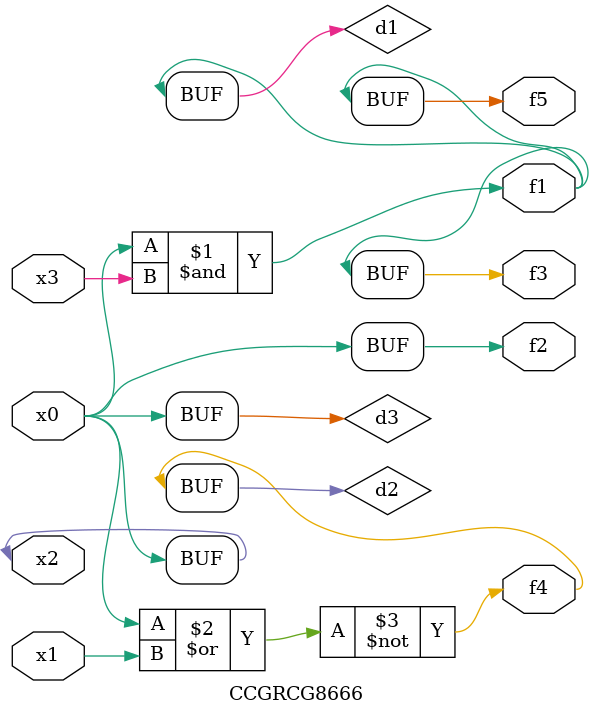
<source format=v>
module CCGRCG8666(
	input x0, x1, x2, x3,
	output f1, f2, f3, f4, f5
);

	wire d1, d2, d3;

	and (d1, x2, x3);
	nor (d2, x0, x1);
	buf (d3, x0, x2);
	assign f1 = d1;
	assign f2 = d3;
	assign f3 = d1;
	assign f4 = d2;
	assign f5 = d1;
endmodule

</source>
